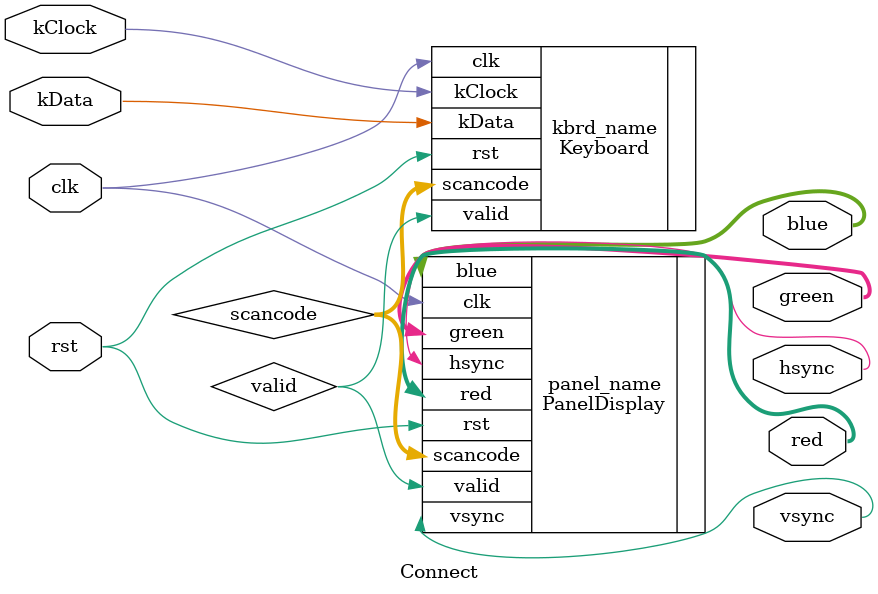
<source format=sv>
module Connect(

  input  logic rst,
  input  logic clk,

	input logic kClock, 
	input logic kData, 
	
	 output logic hsync,         
    output logic vsync,         
    output logic[3:0] red,      
    output logic[3:0] green,     
    output logic[3:0] blue    

    ) ;
	
     logic[7:0] scancode; 
	  logic valid; 	
	
	
	Keyboard
	kbrd_name
		(.clk (clk),
		.rst (rst),
		.kClock (kClock),
		.kData (kData),
		.scancode (scancode),
		.valid (valid));
		
	PanelDisplay
	panel_name
		(.clk (clk),
		.rst (rst),
		.scancode (scancode),
		.valid (valid),
		.hsync (hsync),
		.vsync (vsync),
		.red (red),
		.green (green),
		.blue (blue)
		);

endmodule		
			
	
	
	
</source>
